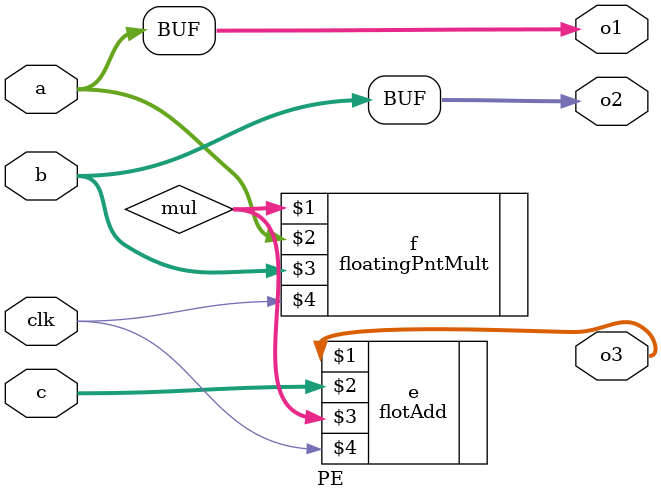
<source format=v>

module PE(a,b,c,o1,o2,o3,clk);
    input clk;
    input [7:0]a,b,c; //a,b,c are the floating point numeber
    output [7:0]o1,o2,o3;
    wire [7:0] mul;
    assign o1 = a;
    assign o2 = b;
    floatingPntMult f(mul,a,b,clk);
    flotAdd e(o3,c,mul,clk);
    endmodule
    
</source>
